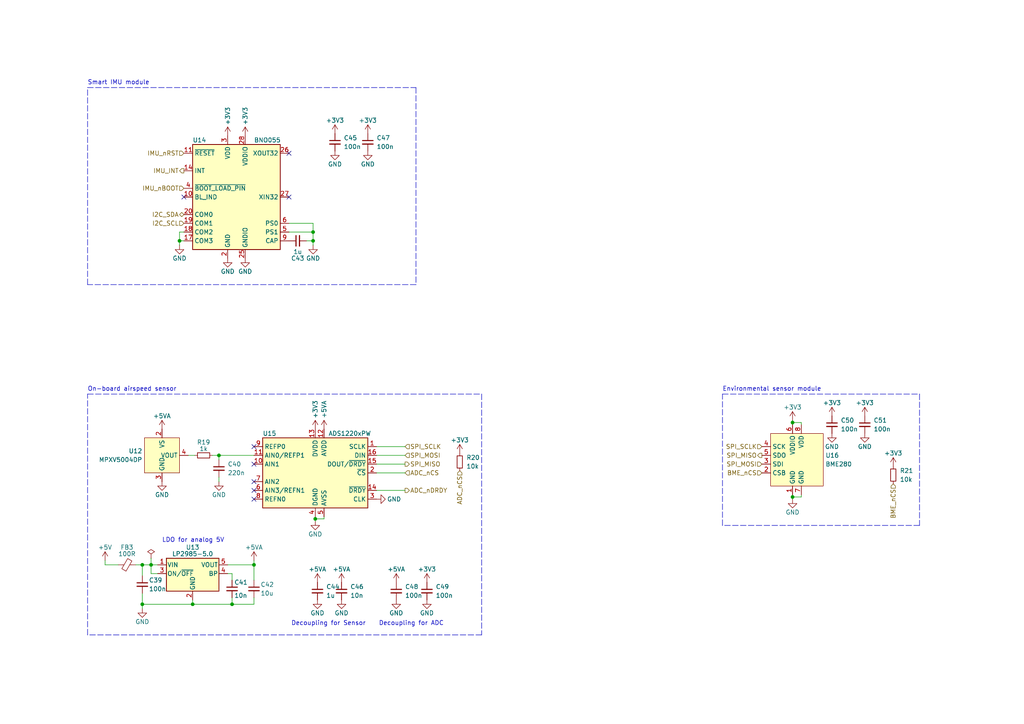
<source format=kicad_sch>
(kicad_sch (version 20211123) (generator eeschema)
  (paper "A4")
  (lib_symbols
    (symbol "Analog_ADC:ADS1220xPW"
      (property "Reference" "U" (at -15.24 11.43 0))
      (property "Value" "ADS1220xPW" (at 6.35 11.43 0))
      (symbol "ADS1220xPW_0_1"
        (rectangle (start -15.24 10.16) (end 15.24 -10.16) (stroke (width 0.254)) (fill (type background)))
      )
      (symbol "ADS1220xPW_1_1"
        (pin input line (at 17.78 7.62 180) (length 2.54) (name "SCLK") (number "1"))
        (pin input line (at -17.78 2.54 0) (length 2.54) (name "AIN1") (number "10"))
        (pin input line (at -17.78 5.08 0) (length 2.54) (name "AIN0/REFP1") (number "11"))
        (pin power_in line (at 2.54 12.7 270) (length 2.54) (name "AVDD") (number "12"))
        (pin power_in line (at 0 12.7 270) (length 2.54) (name "DVDD") (number "13"))
        (pin output line (at 17.78 -5.08 180) (length 2.54) (name "~{DRDY}") (number "14"))
        (pin output line (at 17.78 2.54 180) (length 2.54) (name "DOUT/~{DRDY}") (number "15"))
        (pin input line (at 17.78 5.08 180) (length 2.54) (name "DIN") (number "16"))
        (pin input line (at 17.78 0 180) (length 2.54) (name "~{CS}") (number "2"))
        (pin input line (at 17.78 -7.62 180) (length 2.54) (name "CLK") (number "3"))
        (pin power_in line (at 0 -12.7 90) (length 2.54) (name "DGND") (number "4"))
        (pin power_in line (at 2.54 -12.7 90) (length 2.54) (name "AVSS") (number "5"))
        (pin input line (at -17.78 -5.08 0) (length 2.54) (name "AIN3/REFN1") (number "6"))
        (pin input line (at -17.78 -2.54 0) (length 2.54) (name "AIN2") (number "7"))
        (pin input line (at -17.78 -7.62 0) (length 2.54) (name "REFN0") (number "8"))
        (pin input line (at -17.78 7.62 0) (length 2.54) (name "REFP0") (number "9"))
      )
    )
    (symbol "Device:C_Small" (pin_numbers hide) (pin_names (offset 0.254) hide)
      (property "Reference" "C" (at 0.254 1.778 0))
      (property "Value" "C_Small" (at 0.254 -2.032 0))
      (symbol "C_Small_0_1"
        (polyline (pts (xy -1.524 -0.508) (xy 1.524 -0.508)) (stroke (width 0.3302)))
        (polyline (pts (xy -1.524 0.508) (xy 1.524 0.508)) (stroke (width 0.3048)))
      )
      (symbol "C_Small_1_1"
        (pin passive line (at 0 2.54 270) (length 2.032) (name "~") (number "1"))
        (pin passive line (at 0 -2.54 90) (length 2.032) (name "~") (number "2"))
      )
    )
    (symbol "Device:FerriteBead_Small" (pin_numbers hide) (pin_names (offset 0))
      (property "Reference" "FB" (at 1.905 1.27 0))
      (property "Value" "FerriteBead_Small" (at 1.905 -1.27 0))
      (symbol "FerriteBead_Small_0_1"
        (polyline (pts (xy 0 -1.27) (xy 0 -0.7874)))
        (polyline (pts (xy 0 0.889) (xy 0 1.2954)))
        (polyline (pts (xy -1.8288 0.2794) (xy -1.1176 1.4986) (xy 1.8288 -0.2032) (xy 1.1176 -1.4224) (xy -1.8288 0.2794)))
      )
      (symbol "FerriteBead_Small_1_1"
        (pin passive line (at 0 2.54 270) (length 1.27) (name "~") (number "1"))
        (pin passive line (at 0 -2.54 90) (length 1.27) (name "~") (number "2"))
      )
    )
    (symbol "Device:R_Small" (pin_numbers hide) (pin_names (offset 0.254) hide)
      (property "Reference" "R" (at 0.762 0.508 0))
      (property "Value" "R_Small" (at 0.762 -1.016 0))
      (symbol "R_Small_0_1"
        (rectangle (start -0.762 1.778) (end 0.762 -1.778) (stroke (width 0.2032)))
      )
      (symbol "R_Small_1_1"
        (pin passive line (at 0 2.54 270) (length 0.762) (name "~") (number "1"))
        (pin passive line (at 0 -2.54 90) (length 0.762) (name "~") (number "2"))
      )
    )
    (symbol "Regulator_Linear:LP2985-5.0" (pin_names (offset 0.254))
      (property "Reference" "U" (at -6.35 5.715 0))
      (property "Value" "LP2985-5.0" (at 0 5.715 0))
      (symbol "LP2985-5.0_0_1"
        (rectangle (start -7.62 -5.08) (end 7.62 4.445) (stroke (width 0.254)) (fill (type background)))
      )
      (symbol "LP2985-5.0_1_1"
        (pin power_in line (at -10.16 2.54 0) (length 2.54) (name "VIN") (number "1"))
        (pin power_in line (at 0 -7.62 90) (length 2.54) (name "GND") (number "2"))
        (pin input line (at -10.16 0 0) (length 2.54) (name "ON/~{OFF}") (number "3"))
        (pin input line (at 10.16 0 180) (length 2.54) (name "BP") (number "4"))
        (pin power_out line (at 10.16 2.54 180) (length 2.54) (name "VOUT") (number "5"))
      )
    )
    (symbol "Sensor_Motion:BNO055"
      (property "Reference" "U" (at -11.43 16.51 0))
      (property "Value" "BNO055" (at 12.7 16.51 0))
      (symbol "BNO055_0_1"
        (rectangle (start -12.7 15.24) (end 12.7 -15.24) (stroke (width 0.254)) (fill (type background)))
      )
      (symbol "BNO055_1_1"
        (pin no_connect line (at -12.7 10.16 0) (length 2.54) hide (name "PIN1") (number "1"))
        (pin output line (at -15.24 0 0) (length 2.54) (name "BL_IND") (number "10"))
        (pin input line (at -15.24 12.7 0) (length 2.54) (name "~{RESET}") (number "11"))
        (pin no_connect line (at 12.7 10.16 180) (length 2.54) hide (name "PIN12") (number "12"))
        (pin no_connect line (at 12.7 7.62 180) (length 2.54) hide (name "PIN13") (number "13"))
        (pin output line (at -15.24 7.62 0) (length 2.54) (name "INT") (number "14"))
        (pin passive line (at 2.54 -17.78 90) (length 2.54) hide (name "GNDIO") (number "15"))
        (pin passive line (at 2.54 -17.78 90) (length 2.54) hide (name "GNDIO") (number "16"))
        (pin input line (at -15.24 -12.7 0) (length 2.54) (name "COM3") (number "17"))
        (pin bidirectional line (at -15.24 -10.16 0) (length 2.54) (name "COM2") (number "18"))
        (pin bidirectional line (at -15.24 -7.62 0) (length 2.54) (name "COM1") (number "19"))
        (pin power_in line (at -2.54 -17.78 90) (length 2.54) (name "GND") (number "2"))
        (pin bidirectional line (at -15.24 -5.08 0) (length 2.54) (name "COM0") (number "20"))
        (pin no_connect line (at 12.7 5.08 180) (length 2.54) hide (name "PIN21") (number "21"))
        (pin no_connect line (at 12.7 2.54 180) (length 2.54) hide (name "PIN22") (number "22"))
        (pin no_connect line (at 12.7 -2.54 180) (length 2.54) hide (name "PIN23") (number "23"))
        (pin no_connect line (at 12.7 -5.08 180) (length 2.54) hide (name "PIN24") (number "24"))
        (pin power_in line (at 2.54 -17.78 90) (length 2.54) (name "GNDIO") (number "25"))
        (pin output line (at 15.24 12.7 180) (length 2.54) (name "XOUT32") (number "26"))
        (pin input line (at 15.24 0 180) (length 2.54) (name "XIN32") (number "27"))
        (pin power_in line (at 2.54 17.78 270) (length 2.54) (name "VDDIO") (number "28"))
        (pin power_in line (at -2.54 17.78 270) (length 2.54) (name "VDD") (number "3"))
        (pin input line (at -15.24 2.54 0) (length 2.54) (name "~{BOOT_LOAD_PIN}") (number "4"))
        (pin input line (at 15.24 -10.16 180) (length 2.54) (name "PS1") (number "5"))
        (pin input line (at 15.24 -7.62 180) (length 2.54) (name "PS0") (number "6"))
        (pin no_connect line (at -12.7 5.08 0) (length 2.54) hide (name "PIN7") (number "7"))
        (pin no_connect line (at -12.7 -2.54 0) (length 2.54) hide (name "PIN8") (number "8"))
        (pin passive line (at 15.24 -12.7 180) (length 2.54) (name "CAP") (number "9"))
      )
    )
    (symbol "Splash:BME280"
      (property "Reference" "U" (at -6.35 3.81 0))
      (property "Value" "BME280" (at 6.35 3.81 0))
      (symbol "BME280_0_1"
        (rectangle (start -7.62 2.54) (end 7.62 -12.7) (fill (type background)))
      )
      (symbol "BME280_1_1"
        (pin power_in line (at -1.27 -15.24 90) (length 2.54) (name "GND") (number "1"))
        (pin input line (at -10.16 -8.89 0) (length 2.54) (name "CSB") (number "2"))
        (pin input line (at -10.16 -6.35 0) (length 2.54) (name "SDI") (number "3"))
        (pin input line (at -10.16 -1.27 0) (length 2.54) (name "SCK") (number "4"))
        (pin output line (at -10.16 -3.81 0) (length 2.54) (name "SDO") (number "5"))
        (pin power_in line (at -1.27 5.08 270) (length 2.54) (name "VDDIO") (number "6"))
        (pin power_in line (at 1.27 -15.24 90) (length 2.54) (name "GND") (number "7"))
        (pin power_in line (at 1.27 5.08 270) (length 2.54) (name "VDD") (number "8"))
      )
    )
    (symbol "Splash:MPXV5004DP"
      (property "Reference" "U" (at -6.35 1.27 0))
      (property "Value" "MPXV5004DP" (at -11.43 -1.27 0))
      (symbol "MPXV5004DP_0_1"
        (rectangle (start -5.08 5.08) (end 5.08 -5.08) (fill (type background)))
      )
      (symbol "MPXV5004DP_1_1"
        (pin no_connect line (at -7.62 0 0) (length 2.54) hide (name "DNC") (number "1"))
        (pin power_in line (at 0 7.62 270) (length 2.54) (name "VS") (number "2"))
        (pin passive line (at 0 -7.62 90) (length 2.54) (name "GND") (number "3"))
        (pin output line (at 7.62 0 180) (length 2.54) (name "VOUT") (number "4"))
        (pin no_connect line (at -7.62 0 0) (length 2.54) hide (name "DNC") (number "5"))
        (pin no_connect line (at -7.62 0 0) (length 2.54) hide (name "DNC") (number "6"))
        (pin no_connect line (at -7.62 0 0) (length 2.54) hide (name "DNC") (number "7"))
        (pin no_connect line (at -7.62 0 0) (length 2.54) hide (name "DNC") (number "8"))
      )
    )
    (symbol "power:+3.3V" (power) (pin_names (offset 0))
      (property "Value" "+3.3V" (at 0 3.556 0))
      (symbol "+3.3V_0_1"
        (polyline (pts (xy -0.762 1.27) (xy 0 2.54)))
        (polyline (pts (xy 0 0) (xy 0 2.54)))
        (polyline (pts (xy 0 2.54) (xy 0.762 1.27)))
      )
      (symbol "+3.3V_1_1"
        (pin power_in line (at 0 0 90) (length 0) hide (name "+3V3") (number "1"))
      )
    )
    (symbol "power:+5V" (power) (pin_names (offset 0))
      (property "Value" "+5V" (at 0 3.556 0))
      (symbol "+5V_0_1"
        (polyline (pts (xy -0.762 1.27) (xy 0 2.54)))
        (polyline (pts (xy 0 0) (xy 0 2.54)))
        (polyline (pts (xy 0 2.54) (xy 0.762 1.27)))
      )
      (symbol "+5V_1_1"
        (pin power_in line (at 0 0 90) (length 0) hide (name "+5V") (number "1"))
      )
    )
    (symbol "power:+5VA" (power) (pin_names (offset 0))
      (property "Value" "+5VA" (at 0 3.556 0))
      (symbol "+5VA_0_1"
        (polyline (pts (xy -0.762 1.27) (xy 0 2.54)))
        (polyline (pts (xy 0 0) (xy 0 2.54)))
        (polyline (pts (xy 0 2.54) (xy 0.762 1.27)))
      )
      (symbol "+5VA_1_1"
        (pin power_in line (at 0 0 90) (length 0) hide (name "+5VA") (number "1"))
      )
    )
    (symbol "power:GND" (power) (pin_names (offset 0))
      (property "Value" "GND" (at 0 -3.81 0))
      (symbol "GND_0_1"
        (polyline (pts (xy 0 0) (xy 0 -1.27) (xy 1.27 -1.27) (xy 0 -2.54) (xy -1.27 -1.27) (xy 0 -1.27)))
      )
      (symbol "GND_1_1"
        (pin power_in line (at 0 0 270) (length 0) hide (name "GND") (number "1"))
      )
    )
    (symbol "power:PWR_FLAG" (power) (pin_numbers hide) (pin_names (offset 0) hide)
      (property "Value" "PWR_FLAG" (at 0 3.81 0))
      (symbol "PWR_FLAG_0_0"
        (pin power_out line (at 0 0 90) (length 0) (name "pwr") (number "1"))
      )
      (symbol "PWR_FLAG_0_1"
        (polyline (pts (xy 0 0) (xy 0 1.27) (xy -1.016 1.905) (xy 0 2.54) (xy 1.016 1.905) (xy 0 1.27)))
      )
    )
  )
  (junction (at 52.07 69.85))
  (junction (at 67.31 175.26))
  (junction (at 43.815 163.83))
  (junction (at 229.87 144.145))
  (junction (at 90.805 69.85))
  (junction (at 73.66 163.83))
  (junction (at 63.5 132.08))
  (junction (at 41.275 163.83))
  (junction (at 41.275 175.26))
  (junction (at 55.88 175.26))
  (junction (at 229.87 122.555))
  (junction (at 91.44 150.495))
  (junction (at 90.805 67.31))
  (no_connect (at 73.66 144.78))
  (no_connect (at 73.66 134.62))
  (no_connect (at 73.66 129.54))
  (no_connect (at 73.66 142.24))
  (no_connect (at 73.66 139.7))
  (no_connect (at 83.82 57.15))
  (no_connect (at 83.82 44.45))
  (no_connect (at 53.34 57.15))
  (polyline (pts (xy 25.4 184.15) (xy 25.4 114.3)))
  (wire (pts (xy 54.61 132.08) (xy 56.515 132.08)))
  (wire (pts (xy 55.88 173.99) (xy 55.88 175.26)))
  (wire (pts (xy 232.41 143.51) (xy 232.41 144.145)))
  (polyline (pts (xy 25.4 114.3) (xy 139.7 114.3)))
  (wire (pts (xy 30.48 162.56) (xy 30.48 163.83)))
  (wire (pts (xy 30.48 163.83) (xy 34.29 163.83)))
  (wire (pts (xy 90.805 69.85) (xy 90.805 67.31)))
  (wire (pts (xy 73.66 163.83) (xy 73.66 168.275)))
  (polyline (pts (xy 139.7 184.15) (xy 25.4 184.15)))
  (wire (pts (xy 55.88 175.26) (xy 67.31 175.26)))
  (wire (pts (xy 229.87 143.51) (xy 229.87 144.145)))
  (wire (pts (xy 93.98 150.495) (xy 93.98 149.86)))
  (wire (pts (xy 83.82 67.31) (xy 90.805 67.31)))
  (wire (pts (xy 67.31 166.37) (xy 67.31 168.275)))
  (wire (pts (xy 61.595 132.08) (xy 63.5 132.08)))
  (wire (pts (xy 232.41 122.555) (xy 232.41 123.19)))
  (wire (pts (xy 43.815 163.83) (xy 43.815 166.37)))
  (wire (pts (xy 83.82 64.77) (xy 90.805 64.77)))
  (wire (pts (xy 52.07 69.85) (xy 53.34 69.85)))
  (wire (pts (xy 109.22 142.24) (xy 117.475 142.24)))
  (wire (pts (xy 229.87 122.555) (xy 232.41 122.555)))
  (wire (pts (xy 63.5 138.43) (xy 63.5 139.7)))
  (polyline (pts (xy 266.7 114.3) (xy 266.7 152.4)))
  (wire (pts (xy 109.22 134.62) (xy 117.475 134.62)))
  (wire (pts (xy 229.87 121.92) (xy 229.87 122.555)))
  (wire (pts (xy 52.07 67.31) (xy 52.07 69.85)))
  (wire (pts (xy 109.22 129.54) (xy 117.475 129.54)))
  (polyline (pts (xy 209.55 114.3) (xy 266.7 114.3)))
  (wire (pts (xy 90.805 64.77) (xy 90.805 67.31)))
  (wire (pts (xy 88.9 69.85) (xy 90.805 69.85)))
  (wire (pts (xy 43.815 163.83) (xy 45.72 163.83)))
  (polyline (pts (xy 120.65 25.4) (xy 120.65 82.55)))
  (polyline (pts (xy 120.65 82.55) (xy 25.4 82.55)))
  (wire (pts (xy 41.275 163.83) (xy 43.815 163.83)))
  (wire (pts (xy 67.31 175.26) (xy 73.66 175.26)))
  (wire (pts (xy 63.5 132.08) (xy 73.66 132.08)))
  (wire (pts (xy 73.66 163.83) (xy 73.66 162.56)))
  (wire (pts (xy 91.44 150.495) (xy 91.44 151.13)))
  (wire (pts (xy 109.22 137.16) (xy 117.475 137.16)))
  (polyline (pts (xy 25.4 82.55) (xy 25.4 25.4)))
  (wire (pts (xy 52.07 67.31) (xy 53.34 67.31)))
  (wire (pts (xy 109.22 132.08) (xy 117.475 132.08)))
  (wire (pts (xy 229.87 144.145) (xy 229.87 144.78)))
  (wire (pts (xy 41.275 175.26) (xy 41.275 176.53)))
  (polyline (pts (xy 25.4 25.4) (xy 120.65 25.4)))
  (wire (pts (xy 52.07 69.85) (xy 52.07 71.12)))
  (wire (pts (xy 41.275 163.83) (xy 41.275 167.005)))
  (polyline (pts (xy 209.55 152.4) (xy 209.55 114.3)))
  (wire (pts (xy 67.31 173.355) (xy 67.31 175.26)))
  (polyline (pts (xy 139.7 114.3) (xy 139.7 184.15)))
  (wire (pts (xy 229.87 122.555) (xy 229.87 123.19)))
  (wire (pts (xy 232.41 144.145) (xy 229.87 144.145)))
  (polyline (pts (xy 266.7 152.4) (xy 209.55 152.4)))
  (wire (pts (xy 90.805 71.12) (xy 90.805 69.85)))
  (wire (pts (xy 63.5 132.08) (xy 63.5 133.35)))
  (wire (pts (xy 66.04 166.37) (xy 67.31 166.37)))
  (wire (pts (xy 91.44 150.495) (xy 93.98 150.495)))
  (wire (pts (xy 43.815 161.925) (xy 43.815 163.83)))
  (wire (pts (xy 43.815 166.37) (xy 45.72 166.37)))
  (wire (pts (xy 39.37 163.83) (xy 41.275 163.83)))
  (wire (pts (xy 66.04 163.83) (xy 73.66 163.83)))
  (wire (pts (xy 73.66 173.355) (xy 73.66 175.26)))
  (wire (pts (xy 41.275 175.26) (xy 55.88 175.26)))
  (wire (pts (xy 91.44 149.86) (xy 91.44 150.495)))
  (wire (pts (xy 41.275 172.085) (xy 41.275 175.26)))
  (text "Decoupling for Sensor" (at 84.455 181.61 0) (effects (font (size 1.27 1.27)) (justify left bottom)))
  (text "Decoupling for ADC" (at 109.855 181.61 0) (effects (font (size 1.27 1.27)) (justify left bottom)))
  (text "LDO for analog 5V" (at 46.99 157.48 0) (effects (font (size 1.27 1.27)) (justify left bottom)))
  (text "On-board airspeed sensor" (at 25.4 113.665 0) (effects (font (size 1.27 1.27)) (justify left bottom)))
  (text "Environmental sensor module" (at 209.55 113.665 0) (effects (font (size 1.27 1.27)) (justify left bottom)))
  (text "Smart IMU module" (at 25.4 24.765 0) (effects (font (size 1.27 1.27)) (justify left bottom)))
  (hierarchical_label "BME_nCS" (shape input) (at 220.98 137.16 180))
  (hierarchical_label "SPI_MOSI" (shape input) (at 220.98 134.62 180))
  (hierarchical_label "ADC_nCS" (shape input) (at 117.475 137.16 0))
  (hierarchical_label "ADC_nCS" (shape input) (at 133.35 136.525 270))
  (hierarchical_label "SPI_SCLK" (shape input) (at 117.475 129.54 0))
  (hierarchical_label "ADC_nDRDY" (shape output) (at 117.475 142.24 0))
  (hierarchical_label "SPI_MISO" (shape output) (at 117.475 134.62 0))
  (hierarchical_label "IMU_nBOOT" (shape input) (at 53.34 54.61 180))
  (hierarchical_label "I2C_SDA" (shape bidirectional) (at 53.34 62.23 180))
  (hierarchical_label "SPI_MOSI" (shape input) (at 117.475 132.08 0))
  (hierarchical_label "SPI_MISO" (shape output) (at 220.98 132.08 180))
  (hierarchical_label "SPI_SCLK" (shape input) (at 220.98 129.54 180))
  (hierarchical_label "BME_nCS" (shape input) (at 259.08 140.335 270))
  (hierarchical_label "I2C_SCL" (shape input) (at 53.34 64.77 180))
  (hierarchical_label "IMU_INT" (shape output) (at 53.34 49.53 180))
  (hierarchical_label "IMU_nRST" (shape input) (at 53.34 44.45 180))
  (symbol (lib_id "Device:C_Small") (at 106.68 41.275 0) (unit 1)
    (property "Reference" "C47" (at 109.22 40.005 0) (effects (justify left)))
    (property "Value" "100n" (at 109.22 42.545 0) (effects (justify left)))
    (property "Footprint" "Capacitor_SMD:C_0603_1608Metric_Pad1.08x0.95mm_HandSolder" (effects hide))
  )
  (symbol (lib_id "power:GND") (at 99.06 173.99 0) (unit 1)
    (property "Reference" "#PWR0271" (effects hide))
    (property "Value" "GND" (at 99.06 177.8 0))
  )
  (symbol (lib_id "power:GND") (at 91.44 151.13 0) (unit 1)
    (property "Reference" "#PWR0261" (effects hide))
    (property "Value" "GND" (at 91.44 154.94 0))
  )
  (symbol (lib_id "power:GND") (at 52.07 71.12 0) (unit 1)
    (property "Reference" "#PWR037" (effects hide))
    (property "Value" "GND" (at 52.07 74.93 0))
  )
  (symbol (lib_id "power:GND") (at 241.3 125.73 0) (unit 1)
    (property "Reference" "#PWR048" (effects hide))
    (property "Value" "GND" (at 241.3 129.54 0))
  )
  (symbol (lib_id "Splash:MPXV5004DP") (at 46.99 132.08 0) (unit 1)
    (property "Reference" "U12" (at 41.275 130.8099 0) (effects (justify right)))
    (property "Value" "MPXV5004DP" (at 41.275 133.35 0) (effects (justify right)))
    (property "Footprint" "Splash:NXP-SOT1693-1-03_2016-B-IPC_A" (effects hide))
  )
  (symbol (lib_id "power:+3.3V") (at 133.35 131.445 0) (unit 1)
    (property "Reference" "#PWR053" (effects hide))
    (property "Value" "+3.3V" (at 133.35 127.635 0))
  )
  (symbol (lib_id "Device:C_Small") (at 63.5 135.89 0) (unit 1)
    (property "Reference" "C40" (at 66.04 134.62 0) (effects (justify left)))
    (property "Value" "220n" (at 66.04 137.16 0) (effects (justify left)))
    (property "Footprint" "Capacitor_SMD:C_0603_1608Metric_Pad1.08x0.95mm_HandSolder" (effects hide))
  )
  (symbol (lib_id "power:GND") (at 123.825 173.99 0) (unit 1)
    (property "Reference" "#PWR0274" (effects hide))
    (property "Value" "GND" (at 123.825 177.8 0))
  )
  (symbol (lib_id "power:GND") (at 46.99 139.7 0) (unit 1)
    (property "Reference" "#PWR0256" (effects hide))
    (property "Value" "GND" (at 46.99 143.51 0))
  )
  (symbol (lib_id "Device:C_Small") (at 41.275 169.545 0) (unit 1)
    (property "Reference" "C39" (at 43.18 168.275 0) (effects (justify left)))
    (property "Value" "100n" (at 43.18 170.815 0) (effects (justify left)))
    (property "Footprint" "Capacitor_SMD:C_0603_1608Metric_Pad1.08x0.95mm_HandSolder" (effects hide))
  )
  (symbol (lib_id "Device:C_Small") (at 97.155 41.275 0) (unit 1)
    (property "Reference" "C45" (at 99.695 40.005 0) (effects (justify left)))
    (property "Value" "100n" (at 99.695 42.545 0) (effects (justify left)))
    (property "Footprint" "Capacitor_SMD:C_0603_1608Metric_Pad1.08x0.95mm_HandSolder" (effects hide))
  )
  (symbol (lib_id "power:+5V") (at 30.48 162.56 0) (unit 1)
    (property "Reference" "#PWR0266" (effects hide))
    (property "Value" "+5V" (at 30.48 158.75 0))
  )
  (symbol (lib_id "power:GND") (at 250.825 125.73 0) (unit 1)
    (property "Reference" "#PWR050" (effects hide))
    (property "Value" "GND" (at 250.825 129.54 0))
  )
  (symbol (lib_id "power:+3.3V") (at 71.12 39.37 0) (unit 1)
    (property "Reference" "#PWR040" (effects hide))
    (property "Value" "+3.3V" (at 71.12 33.655 90))
  )
  (symbol (lib_id "power:+3.3V") (at 259.08 135.255 0) (unit 1)
    (property "Reference" "#PWR054" (effects hide))
    (property "Value" "+3.3V" (at 259.08 131.445 0))
  )
  (symbol (lib_id "power:+5VA") (at 93.98 124.46 0) (unit 1)
    (property "Reference" "#PWR0259" (effects hide))
    (property "Value" "+5VA" (at 93.98 118.745 90))
  )
  (symbol (lib_id "power:GND") (at 71.12 74.93 0) (unit 1)
    (property "Reference" "#PWR041" (effects hide))
    (property "Value" "GND" (at 71.12 78.74 0))
  )
  (symbol (lib_id "power:+5VA") (at 46.99 124.46 0) (unit 1)
    (property "Reference" "#PWR0107" (effects hide))
    (property "Value" "+5VA" (at 46.99 120.65 0))
  )
  (symbol (lib_id "power:+5VA") (at 99.06 168.91 0) (unit 1)
    (property "Reference" "#PWR0270" (effects hide))
    (property "Value" "+5VA" (at 99.06 165.1 0))
  )
  (symbol (lib_id "Device:C_Small") (at 92.075 171.45 0) (unit 1)
    (property "Reference" "C44" (at 94.615 170.18 0) (effects (justify left)))
    (property "Value" "1u" (at 94.615 172.72 0) (effects (justify left)))
    (property "Footprint" "Capacitor_SMD:C_0603_1608Metric_Pad1.08x0.95mm_HandSolder" (effects hide))
  )
  (symbol (lib_id "power:GND") (at 90.805 71.12 0) (unit 1)
    (property "Reference" "#PWR042" (effects hide))
    (property "Value" "GND" (at 90.805 74.93 0))
  )
  (symbol (lib_id "Device:C_Small") (at 250.825 123.19 0) (unit 1)
    (property "Reference" "C51" (at 253.365 121.92 0) (effects (justify left)))
    (property "Value" "100n" (at 253.365 124.46 0) (effects (justify left)))
    (property "Footprint" "Capacitor_SMD:C_0603_1608Metric_Pad1.08x0.95mm_HandSolder" (effects hide))
  )
  (symbol (lib_id "power:+3.3V") (at 229.87 121.92 0) (mirror y) (unit 1)
    (property "Reference" "#PWR0264" (effects hide))
    (property "Value" "+3.3V" (at 229.87 118.11 0))
  )
  (symbol (lib_id "Device:R_Small") (at 133.35 133.985 0) (unit 1)
    (property "Reference" "R20" (at 135.255 132.7149 0) (effects (justify left)))
    (property "Value" "10k" (at 135.255 135.2549 0) (effects (justify left)))
    (property "Footprint" "Resistor_SMD:R_0603_1608Metric_Pad0.98x0.95mm_HandSolder" (effects hide))
  )
  (symbol (lib_id "Device:C_Small") (at 123.825 171.45 0) (unit 1)
    (property "Reference" "C49" (at 126.365 170.18 0) (effects (justify left)))
    (property "Value" "100n" (at 126.365 172.72 0) (effects (justify left)))
    (property "Footprint" "Capacitor_SMD:C_0603_1608Metric_Pad1.08x0.95mm_HandSolder" (effects hide))
  )
  (symbol (lib_id "Device:C_Small") (at 99.06 171.45 0) (unit 1)
    (property "Reference" "C46" (at 101.6 170.18 0) (effects (justify left)))
    (property "Value" "10n" (at 101.6 172.72 0) (effects (justify left)))
    (property "Footprint" "Capacitor_SMD:C_0603_1608Metric_Pad1.08x0.95mm_HandSolder" (effects hide))
  )
  (symbol (lib_id "power:GND") (at 41.275 176.53 0) (unit 1)
    (property "Reference" "#PWR0267" (effects hide))
    (property "Value" "GND" (at 41.275 180.34 0))
  )
  (symbol (lib_id "power:+3.3V") (at 241.3 120.65 0) (unit 1)
    (property "Reference" "#PWR047" (effects hide))
    (property "Value" "+3.3V" (at 241.3 116.84 0))
  )
  (symbol (lib_id "power:GND") (at 92.075 173.99 0) (unit 1)
    (property "Reference" "#PWR0268" (effects hide))
    (property "Value" "GND" (at 92.075 177.8 0))
  )
  (symbol (lib_id "Device:C_Small") (at 86.36 69.85 90) (unit 1)
    (property "Reference" "C43" (at 86.36 74.93 90))
    (property "Value" "1u" (at 86.36 73.025 90))
    (property "Footprint" "Capacitor_SMD:C_0603_1608Metric_Pad1.08x0.95mm_HandSolder" (effects hide))
  )
  (symbol (lib_id "Analog_ADC:ADS1220xPW") (at 91.44 137.16 0) (unit 1)
    (property "Reference" "U15" (at 76.2 125.73 0) (effects (justify left)))
    (property "Value" "ADS1220xPW" (at 95.25 125.73 0) (effects (justify left)))
    (property "Footprint" "Package_SO:TSSOP-16_4.4x5mm_P0.65mm" (effects hide))
    (property "Datasheet" "http://www.ti.com/lit/ds/symlink/ads1220.pdf" (effects hide))
  )
  (symbol (lib_id "power:GND") (at 114.935 173.99 0) (unit 1)
    (property "Reference" "#PWR0273" (effects hide))
    (property "Value" "GND" (at 114.935 177.8 0))
  )
  (symbol (lib_id "Splash:BME280") (at 231.14 128.27 0) (unit 1)
    (property "Reference" "U16" (at 239.395 132.08 0) (effects (justify left)))
    (property "Value" "BME280" (at 239.395 134.62 0) (effects (justify left)))
    (property "Footprint" "Package_LGA:Bosch_LGA-8_2.5x2.5mm_P0.65mm_ClockwisePinNumbering" (effects hide))
    (property "Datasheet" "https://ae-bst.resource.bosch.com/media/_tech/media/datasheets/BST-BME280-DS002.pdf" (effects hide))
  )
  (symbol (lib_id "Device:C_Small") (at 73.66 170.815 0) (unit 1)
    (property "Reference" "C42" (at 75.565 169.545 0) (effects (justify left)))
    (property "Value" "10u" (at 75.565 172.085 0) (effects (justify left)))
    (property "Footprint" "Capacitor_SMD:C_0603_1608Metric_Pad1.08x0.95mm_HandSolder" (effects hide))
  )
  (symbol (lib_id "power:GND") (at 97.155 43.815 0) (unit 1)
    (property "Reference" "#PWR044" (effects hide))
    (property "Value" "GND" (at 97.155 47.625 0))
  )
  (symbol (lib_id "Sensor_Motion:BNO055") (at 68.58 57.15 0) (unit 1)
    (property "Reference" "U14" (at 55.88 40.64 0) (effects (justify left)))
    (property "Value" "BNO055" (at 73.66 40.64 0) (effects (justify left)))
    (property "Footprint" "Package_LGA:LGA-28_5.2x3.8mm_P0.5mm" (effects hide))
    (property "Datasheet" "https://ae-bst.resource.bosch.com/media/_tech/media/datasheets/BST_BNO055_DS000_14.pdf" (effects hide))
  )
  (symbol (lib_id "power:+3.3V") (at 66.04 39.37 0) (unit 1)
    (property "Reference" "#PWR038" (effects hide))
    (property "Value" "+3.3V" (at 66.04 33.655 90))
  )
  (symbol (lib_id "Device:C_Small") (at 67.31 170.815 0) (unit 1)
    (property "Reference" "C41" (at 67.945 168.91 0) (effects (justify left)))
    (property "Value" "10n" (at 67.945 172.72 0) (effects (justify left)))
    (property "Footprint" "Capacitor_SMD:C_0603_1608Metric_Pad1.08x0.95mm_HandSolder" (effects hide))
  )
  (symbol (lib_id "power:+3.3V") (at 91.44 124.46 0) (unit 1)
    (property "Reference" "#PWR0258" (effects hide))
    (property "Value" "+3.3V" (at 91.44 118.745 90))
  )
  (symbol (lib_id "power:+3.3V") (at 250.825 120.65 0) (unit 1)
    (property "Reference" "#PWR049" (effects hide))
    (property "Value" "+3.3V" (at 250.825 116.84 0))
  )
  (symbol (lib_id "power:+3.3V") (at 123.825 168.91 0) (unit 1)
    (property "Reference" "#PWR0272" (effects hide))
    (property "Value" "+3.3V" (at 123.825 165.1 0))
  )
  (symbol (lib_id "Regulator_Linear:LP2985-5.0") (at 55.88 166.37 0) (unit 1)
    (property "Reference" "U13" (at 55.88 158.75 0))
    (property "Value" "LP2985-5.0" (at 55.88 160.655 0))
    (property "Footprint" "Package_TO_SOT_SMD:SOT-23-5" (effects hide))
    (property "Datasheet" "http://www.ti.com/lit/ds/symlink/lp2985.pdf" (effects hide))
  )
  (symbol (lib_id "power:PWR_FLAG") (at 43.815 161.925 0) (unit 1)
    (property "Reference" "#FLG0106" (effects hide))
    (property "Value" "PWR_FLAG" (effects hide))
  )
  (symbol (lib_id "power:GND") (at 66.04 74.93 0) (unit 1)
    (property "Reference" "#PWR039" (effects hide))
    (property "Value" "GND" (at 66.04 78.74 0))
  )
  (symbol (lib_id "Device:C_Small") (at 114.935 171.45 0) (unit 1)
    (property "Reference" "C48" (at 117.475 170.18 0) (effects (justify left)))
    (property "Value" "100n" (at 117.475 172.72 0) (effects (justify left)))
    (property "Footprint" "Capacitor_SMD:C_0603_1608Metric_Pad1.08x0.95mm_HandSolder" (effects hide))
  )
  (symbol (lib_id "Device:C_Small") (at 241.3 123.19 0) (unit 1)
    (property "Reference" "C50" (at 243.84 121.92 0) (effects (justify left)))
    (property "Value" "100n" (at 243.84 124.46 0) (effects (justify left)))
    (property "Footprint" "Capacitor_SMD:C_0603_1608Metric_Pad1.08x0.95mm_HandSolder" (effects hide))
  )
  (symbol (lib_id "power:+3.3V") (at 106.68 38.735 0) (unit 1)
    (property "Reference" "#PWR045" (effects hide))
    (property "Value" "+3.3V" (at 106.68 34.925 0))
  )
  (symbol (lib_id "Device:R_Small") (at 59.055 132.08 90) (unit 1)
    (property "Reference" "R19" (at 59.055 128.27 90))
    (property "Value" "1k" (at 59.055 130.175 90))
    (property "Footprint" "Resistor_SMD:R_0603_1608Metric_Pad0.98x0.95mm_HandSolder" (effects hide))
  )
  (symbol (lib_id "Device:R_Small") (at 259.08 137.795 0) (unit 1)
    (property "Reference" "R21" (at 260.985 136.5249 0) (effects (justify left)))
    (property "Value" "10k" (at 260.985 139.0649 0) (effects (justify left)))
    (property "Footprint" "Resistor_SMD:R_0603_1608Metric_Pad0.98x0.95mm_HandSolder" (effects hide))
  )
  (symbol (lib_id "power:+5VA") (at 73.66 162.56 0) (unit 1)
    (property "Reference" "#PWR0276" (effects hide))
    (property "Value" "+5VA" (at 73.66 158.75 0))
  )
  (symbol (lib_id "power:GND") (at 109.22 144.78 90) (unit 1)
    (property "Reference" "#PWR0260" (effects hide))
    (property "Value" "GND" (at 114.3 144.78 90))
  )
  (symbol (lib_id "power:GND") (at 106.68 43.815 0) (unit 1)
    (property "Reference" "#PWR046" (effects hide))
    (property "Value" "GND" (at 106.68 47.625 0))
  )
  (symbol (lib_id "power:+5VA") (at 114.935 168.91 0) (unit 1)
    (property "Reference" "#PWR0275" (effects hide))
    (property "Value" "+5VA" (at 114.935 165.1 0))
  )
  (symbol (lib_id "power:+5VA") (at 92.075 168.91 0) (unit 1)
    (property "Reference" "#PWR0269" (effects hide))
    (property "Value" "+5VA" (at 92.075 165.1 0))
  )
  (symbol (lib_id "power:+3.3V") (at 97.155 38.735 0) (unit 1)
    (property "Reference" "#PWR043" (effects hide))
    (property "Value" "+3.3V" (at 97.155 34.925 0))
  )
  (symbol (lib_id "power:GND") (at 229.87 144.78 0) (mirror y) (unit 1)
    (property "Reference" "#PWR0262" (effects hide))
    (property "Value" "GND" (at 229.87 148.59 0))
  )
  (symbol (lib_id "Device:FerriteBead_Small") (at 36.83 163.83 90) (unit 1)
    (property "Reference" "FB3" (at 36.83 158.75 90))
    (property "Value" "100R" (at 36.83 160.655 90))
    (property "Footprint" "Inductor_SMD:L_0603_1608Metric_Pad1.05x0.95mm_HandSolder" (effects hide))
  )
  (symbol (lib_id "power:GND") (at 63.5 139.7 0) (unit 1)
    (property "Reference" "#PWR0255" (effects hide))
    (property "Value" "GND" (at 63.5 143.51 0))
  )
)
</source>
